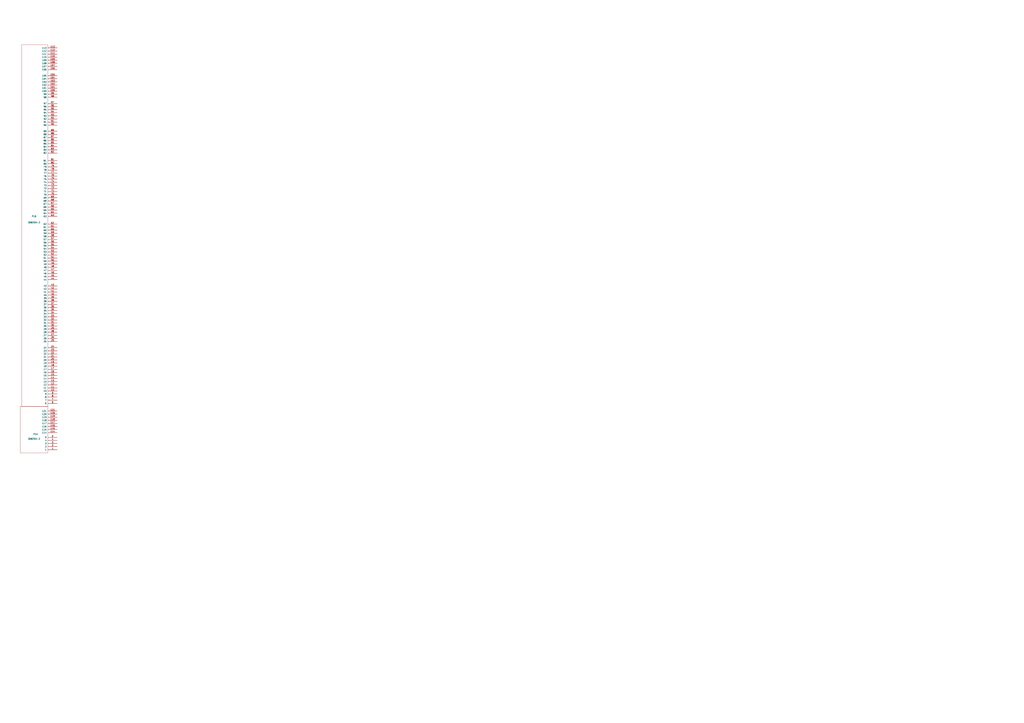
<source format=kicad_sch>
(kicad_sch (version 20231120) (generator "eeschema") (generator_version "8.0")
  (paper "A1")
  (title_block (title "Hellen121vag") (date "2022-10-14") (rev "d") (company "andreika @ rusEFI.com"))
  (lib_symbols
    (symbol "368255-2:368255-2" (pin_names (offset 1.016))
      (property "Reference" "P" (at -1.27 0 0))
      (property "Value" "368255-2" (at 0 3.81 0))
      (symbol "368255-2_1_0"
        (rectangle (start -11.43 -22.86) (end 11.43 15.24))
      )
      (symbol "368255-2_1_1"
        (pin passive line (at -19.05 12.7 0) (length 7.62) (name "1") (number "1"))
        (pin passive line (at -19.05 -1.27 0) (length 7.62) (name "114") (number "114"))
        (pin passive line (at -19.05 -3.81 0) (length 7.62) (name "115") (number "115"))
        (pin passive line (at -19.05 -6.35 0) (length 7.62) (name "116") (number "116"))
        (pin passive line (at -19.05 -8.89 0) (length 7.62) (name "117") (number "117"))
        (pin passive line (at -19.05 -11.43 0) (length 7.62) (name "118") (number "118"))
        (pin passive line (at -19.05 -13.97 0) (length 7.62) (name "119") (number "119"))
        (pin passive line (at -19.05 -16.51 0) (length 7.62) (name "120") (number "120"))
        (pin passive line (at -19.05 -19.05 0) (length 7.62) (name "121") (number "121"))
        (pin passive line (at -19.05 10.16 0) (length 7.62) (name "2") (number "2"))
        (pin passive line (at -19.05 7.62 0) (length 7.62) (name "3") (number "3"))
        (pin passive line (at -19.05 5.08 0) (length 7.62) (name "4") (number "4"))
        (pin passive line (at -19.05 2.54 0) (length 7.62) (name "5") (number "5"))
      )
      (symbol "368255-2_2_1"
        (rectangle (start -11.43 -143.51) (end 10.16 153.67))
        (pin passive line (at -19.05 140.97 0) (length 7.62) (name "10") (number "10"))
        (pin passive line (at -19.05 -105.41 0) (length 7.62) (name "100") (number "100"))
        (pin passive line (at -19.05 -107.95 0) (length 7.62) (name "101") (number "101"))
        (pin passive line (at -19.05 -110.49 0) (length 7.62) (name "102") (number "102"))
        (pin passive line (at -19.05 -113.03 0) (length 7.62) (name "103") (number "103"))
        (pin passive line (at -19.05 -115.57 0) (length 7.62) (name "104") (number "104"))
        (pin passive line (at -19.05 -118.11 0) (length 7.62) (name "105") (number "105"))
        (pin passive line (at -19.05 -123.19 0) (length 7.62) (name "106") (number "106"))
        (pin passive line (at -19.05 -125.73 0) (length 7.62) (name "107") (number "107"))
        (pin passive line (at -19.05 -128.27 0) (length 7.62) (name "108") (number "108"))
        (pin passive line (at -19.05 -130.81 0) (length 7.62) (name "109") (number "109"))
        (pin passive line (at -19.05 138.43 0) (length 7.62) (name "11") (number "11"))
        (pin passive line (at -19.05 -133.35 0) (length 7.62) (name "110") (number "110"))
        (pin passive line (at -19.05 -135.89 0) (length 7.62) (name "111") (number "111"))
        (pin passive line (at -19.05 -138.43 0) (length 7.62) (name "112") (number "112"))
        (pin passive line (at -19.05 -140.97 0) (length 7.62) (name "113") (number "113"))
        (pin passive line (at -19.05 135.89 0) (length 7.62) (name "12") (number "12"))
        (pin passive line (at -19.05 133.35 0) (length 7.62) (name "13") (number "13"))
        (pin passive line (at -19.05 130.81 0) (length 7.62) (name "14") (number "14"))
        (pin passive line (at -19.05 128.27 0) (length 7.62) (name "15") (number "15"))
        (pin passive line (at -19.05 125.73 0) (length 7.62) (name "16") (number "16"))
        (pin passive line (at -19.05 123.19 0) (length 7.62) (name "17") (number "17"))
        (pin passive line (at -19.05 120.65 0) (length 7.62) (name "18") (number "18"))
        (pin passive line (at -19.05 118.11 0) (length 7.62) (name "19") (number "19"))
        (pin passive line (at -19.05 115.57 0) (length 7.62) (name "20") (number "20"))
        (pin passive line (at -19.05 113.03 0) (length 7.62) (name "21") (number "21"))
        (pin passive line (at -19.05 110.49 0) (length 7.62) (name "22") (number "22"))
        (pin passive line (at -19.05 107.95 0) (length 7.62) (name "23") (number "23"))
        (pin passive line (at -19.05 105.41 0) (length 7.62) (name "24") (number "24"))
        (pin passive line (at -19.05 100.33 0) (length 7.62) (name "25") (number "25"))
        (pin passive line (at -19.05 97.79 0) (length 7.62) (name "26") (number "26"))
        (pin passive line (at -19.05 95.25 0) (length 7.62) (name "27") (number "27"))
        (pin passive line (at -19.05 92.71 0) (length 7.62) (name "28") (number "28"))
        (pin passive line (at -19.05 90.17 0) (length 7.62) (name "29") (number "29"))
        (pin passive line (at -19.05 87.63 0) (length 7.62) (name "30") (number "30"))
        (pin passive line (at -19.05 85.09 0) (length 7.62) (name "31") (number "31"))
        (pin passive line (at -19.05 82.55 0) (length 7.62) (name "32") (number "32"))
        (pin passive line (at -19.05 80.01 0) (length 7.62) (name "33") (number "33"))
        (pin passive line (at -19.05 77.47 0) (length 7.62) (name "34") (number "34"))
        (pin passive line (at -19.05 74.93 0) (length 7.62) (name "35") (number "35"))
        (pin passive line (at -19.05 72.39 0) (length 7.62) (name "36") (number "36"))
        (pin passive line (at -19.05 69.85 0) (length 7.62) (name "37") (number "37"))
        (pin passive line (at -19.05 67.31 0) (length 7.62) (name "38") (number "38"))
        (pin passive line (at -19.05 64.77 0) (length 7.62) (name "39") (number "39"))
        (pin passive line (at -19.05 62.23 0) (length 7.62) (name "40") (number "40"))
        (pin passive line (at -19.05 59.69 0) (length 7.62) (name "41") (number "41"))
        (pin passive line (at -19.05 57.15 0) (length 7.62) (name "42") (number "42"))
        (pin passive line (at -19.05 54.61 0) (length 7.62) (name "43") (number "43"))
        (pin passive line (at -19.05 49.53 0) (length 7.62) (name "44") (number "44"))
        (pin passive line (at -19.05 46.99 0) (length 7.62) (name "45") (number "45"))
        (pin input line (at -19.05 44.45 0) (length 7.62) (name "46") (number "46"))
        (pin input line (at -19.05 41.91 0) (length 7.62) (name "47") (number "47"))
        (pin input line (at -19.05 39.37 0) (length 7.62) (name "48") (number "48"))
        (pin input line (at -19.05 36.83 0) (length 7.62) (name "49") (number "49"))
        (pin input line (at -19.05 34.29 0) (length 7.62) (name "50") (number "50"))
        (pin passive line (at -19.05 31.75 0) (length 7.62) (name "51") (number "51"))
        (pin passive line (at -19.05 29.21 0) (length 7.62) (name "52") (number "52"))
        (pin passive line (at -19.05 26.67 0) (length 7.62) (name "53") (number "53"))
        (pin passive line (at -19.05 24.13 0) (length 7.62) (name "54") (number "54"))
        (pin passive line (at -19.05 21.59 0) (length 7.62) (name "55") (number "55"))
        (pin passive line (at -19.05 19.05 0) (length 7.62) (name "56") (number "56"))
        (pin passive line (at -19.05 16.51 0) (length 7.62) (name "57") (number "57"))
        (pin passive line (at -19.05 13.97 0) (length 7.62) (name "58") (number "58"))
        (pin passive line (at -19.05 11.43 0) (length 7.62) (name "59") (number "59"))
        (pin passive line (at -19.05 151.13 0) (length 7.62) (name "6") (number "6"))
        (pin passive line (at -19.05 8.89 0) (length 7.62) (name "60") (number "60"))
        (pin passive line (at -19.05 6.35 0) (length 7.62) (name "61") (number "61"))
        (pin passive line (at -19.05 3.81 0) (length 7.62) (name "62") (number "62"))
        (pin passive line (at -19.05 -2.54 0) (length 7.62) (name "63") (number "63"))
        (pin passive line (at -19.05 -5.08 0) (length 7.62) (name "64") (number "64"))
        (pin input line (at -19.05 -7.62 0) (length 7.62) (name "65") (number "65"))
        (pin input line (at -19.05 -10.16 0) (length 7.62) (name "66") (number "66"))
        (pin input line (at -19.05 -12.7 0) (length 7.62) (name "67") (number "67"))
        (pin input line (at -19.05 -15.24 0) (length 7.62) (name "68") (number "68"))
        (pin input line (at -19.05 -17.78 0) (length 7.62) (name "69") (number "69"))
        (pin passive line (at -19.05 148.59 0) (length 7.62) (name "7") (number "7"))
        (pin input line (at -19.05 -20.32 0) (length 7.62) (name "70") (number "70"))
        (pin passive line (at -19.05 -22.86 0) (length 7.62) (name "71") (number "71"))
        (pin passive line (at -19.05 -25.4 0) (length 7.62) (name "72") (number "72"))
        (pin passive line (at -19.05 -27.94 0) (length 7.62) (name "73") (number "73"))
        (pin passive line (at -19.05 -30.48 0) (length 7.62) (name "74") (number "74"))
        (pin passive line (at -19.05 -33.02 0) (length 7.62) (name "75") (number "75"))
        (pin passive line (at -19.05 -35.56 0) (length 7.62) (name "76") (number "76"))
        (pin passive line (at -19.05 -38.1 0) (length 7.62) (name "77") (number "77"))
        (pin passive line (at -19.05 -40.64 0) (length 7.62) (name "78") (number "78"))
        (pin passive line (at -19.05 -43.18 0) (length 7.62) (name "79") (number "79"))
        (pin passive line (at -19.05 146.05 0) (length 7.62) (name "8") (number "8"))
        (pin passive line (at -19.05 -45.72 0) (length 7.62) (name "80") (number "80"))
        (pin passive line (at -19.05 -48.26 0) (length 7.62) (name "81") (number "81"))
        (pin passive line (at -19.05 -54.61 0) (length 7.62) (name "82") (number "82"))
        (pin passive line (at -19.05 -57.15 0) (length 7.62) (name "83") (number "83"))
        (pin passive line (at -19.05 -59.69 0) (length 7.62) (name "84") (number "84"))
        (pin passive line (at -19.05 -62.23 0) (length 7.62) (name "85") (number "85"))
        (pin passive line (at -19.05 -64.77 0) (length 7.62) (name "86") (number "86"))
        (pin passive line (at -19.05 -67.31 0) (length 7.62) (name "87") (number "87"))
        (pin passive line (at -19.05 -69.85 0) (length 7.62) (name "88") (number "88"))
        (pin passive line (at -19.05 -72.39 0) (length 7.62) (name "89") (number "89"))
        (pin passive line (at -19.05 143.51 0) (length 7.62) (name "9") (number "9"))
        (pin passive line (at -19.05 -77.47 0) (length 7.62) (name "90") (number "90"))
        (pin passive line (at -19.05 -80.01 0) (length 7.62) (name "91") (number "91"))
        (pin passive line (at -19.05 -82.55 0) (length 7.62) (name "92") (number "92"))
        (pin passive line (at -19.05 -85.09 0) (length 7.62) (name "93") (number "93"))
        (pin passive line (at -19.05 -87.63 0) (length 7.62) (name "94") (number "94"))
        (pin passive line (at -19.05 -90.17 0) (length 7.62) (name "95") (number "95"))
        (pin passive line (at -19.05 -92.71 0) (length 7.62) (name "96") (number "96"))
        (pin passive line (at -19.05 -95.25 0) (length 7.62) (name "97") (number "97"))
        (pin passive line (at -19.05 -100.33 0) (length 7.62) (name "98") (number "98"))
        (pin passive line (at -19.05 -102.87 0) (length 7.62) (name "99") (number "99"))
      )
    )
  )
  (symbol (lib_id "368255-2:368255-2") (at 27.94 180.34 180) (unit 2)
    (property "Reference" "P1" (at 27.94 177.8 0))
    (property "Value" "368255-2" (at 27.94 182.88 0))
    (property "Footprint" "hellen121vag:368255-2" (effects (hide yes)))
    (property "Datasheet" "DOCUMENTATION" (effects (hide yes)))
  )
  (symbol (lib_id "368255-2:368255-2") (at 27.94 356.87 180) (unit 1)
    (property "Reference" "P1" (at 29.21 356.87 0))
    (property "Value" "368255-2" (at 27.94 360.68 0))
    (property "Footprint" "hellen121vag:368255-2" (effects (hide yes)))
    (property "Datasheet" "DOCUMENTATION" (effects (hide yes)))
  )
)
</source>
